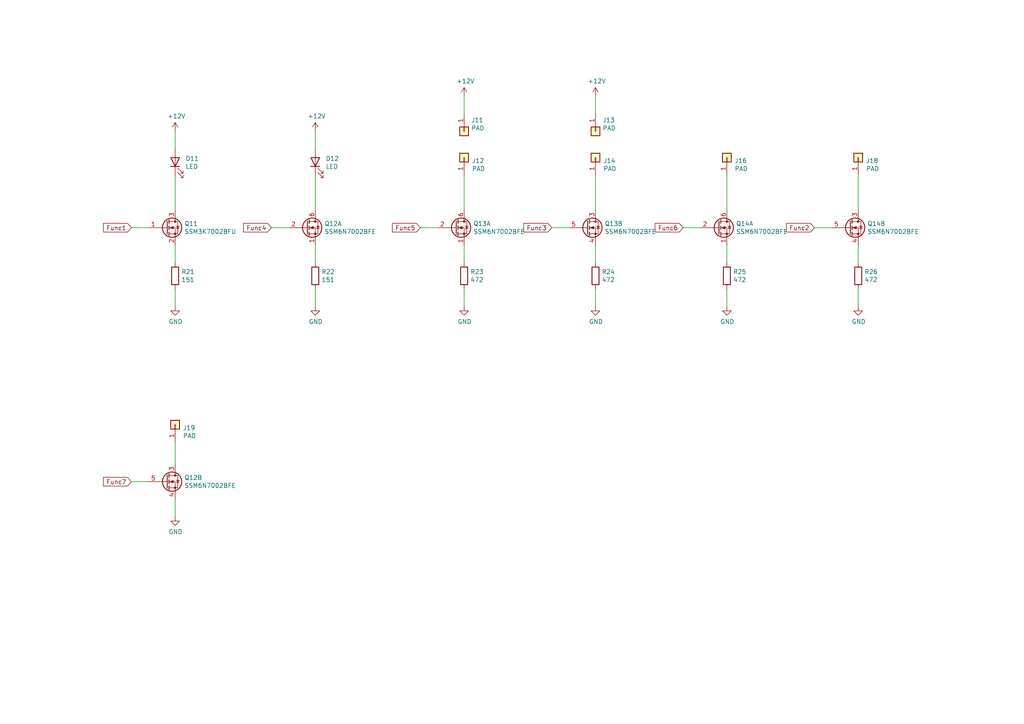
<source format=kicad_sch>
(kicad_sch (version 20230121) (generator eeschema)
  (paper "A4")
  (lib_symbols
    (symbol "Connector_Generic:Conn_01x01" (pin_names (offset 1.016) hide)
      (property "Reference" "J" (at 0 2.54 0))
      (property "Value" "Conn_01x01" (at 0 -2.54 0))
      (symbol "Conn_01x01_1_1"
        (rectangle (start -1.27 0.127) (end 0 -0.127) (stroke (width 0.1524)))
        (rectangle (start -1.27 1.27) (end 1.27 -1.27) (stroke (width 0.254)) (fill (type background)))
        (pin passive line (at -5.08 0 0) (length 3.81) (name "Pin_1") (number "1"))
      )
    )
    (symbol "Device:LED" (pin_numbers hide) (pin_names (offset 1.016) hide)
      (property "Reference" "D" (at 0 2.54 0))
      (property "Value" "LED" (at 0 -2.54 0))
      (symbol "LED_0_1"
        (polyline (pts (xy -1.27 -1.27) (xy -1.27 1.27)) (stroke (width 0.254)))
        (polyline (pts (xy -1.27 0) (xy 1.27 0)))
        (polyline (pts (xy 1.27 -1.27) (xy 1.27 1.27) (xy -1.27 0) (xy 1.27 -1.27)) (stroke (width 0.254)))
        (polyline (pts (xy -3.048 -0.762) (xy -4.572 -2.286) (xy -3.81 -2.286) (xy -4.572 -2.286) (xy -4.572 -1.524)))
        (polyline (pts (xy -1.778 -0.762) (xy -3.302 -2.286) (xy -2.54 -2.286) (xy -3.302 -2.286) (xy -3.302 -1.524)))
      )
      (symbol "LED_1_1"
        (pin passive line (at -3.81 0 0) (length 2.54) (name "K") (number "1"))
        (pin passive line (at 3.81 0 180) (length 2.54) (name "A") (number "2"))
      )
    )
    (symbol "Device:Q_NMOS_GSD" (pin_names (offset 0) hide)
      (property "Reference" "Q" (at 5.08 1.27 0))
      (property "Value" "Q_NMOS_GSD" (at 5.08 -1.27 0))
      (symbol "Q_NMOS_GSD_0_1"
        (polyline (pts (xy 0.254 0) (xy -2.54 0)))
        (polyline (pts (xy 0.254 1.905) (xy 0.254 -1.905)) (stroke (width 0.254)))
        (polyline (pts (xy 0.762 -1.27) (xy 0.762 -2.286)) (stroke (width 0.254)))
        (polyline (pts (xy 0.762 0.508) (xy 0.762 -0.508)) (stroke (width 0.254)))
        (polyline (pts (xy 0.762 2.286) (xy 0.762 1.27)) (stroke (width 0.254)))
        (polyline (pts (xy 2.54 2.54) (xy 2.54 1.778)))
        (polyline (pts (xy 2.54 -2.54) (xy 2.54 0) (xy 0.762 0)))
        (polyline (pts (xy 0.762 -1.778) (xy 3.302 -1.778) (xy 3.302 1.778) (xy 0.762 1.778)))
        (polyline (pts (xy 1.016 0) (xy 2.032 0.381) (xy 2.032 -0.381) (xy 1.016 0)) (fill (type outline)))
        (polyline (pts (xy 2.794 0.508) (xy 2.921 0.381) (xy 3.683 0.381) (xy 3.81 0.254)))
        (polyline (pts (xy 3.302 0.381) (xy 2.921 -0.254) (xy 3.683 -0.254) (xy 3.302 0.381)))
        (circle (center 1.651 0) (radius 2.794) (stroke (width 0.254)))
        (circle (center 2.54 -1.778) (radius 0.254) (fill (type outline)))
        (circle (center 2.54 1.778) (radius 0.254) (fill (type outline)))
      )
      (symbol "Q_NMOS_GSD_1_1"
        (pin input line (at -5.08 0 0) (length 2.54) (name "G") (number "1"))
        (pin passive line (at 2.54 -5.08 90) (length 2.54) (name "S") (number "2"))
        (pin passive line (at 2.54 5.08 270) (length 2.54) (name "D") (number "3"))
      )
    )
    (symbol "Device:R" (pin_numbers hide) (pin_names (offset 0))
      (property "Reference" "R" (at 2.032 0 90))
      (property "Value" "R" (at 0 0 90))
      (symbol "R_0_1"
        (rectangle (start -1.016 -2.54) (end 1.016 2.54) (stroke (width 0.254)))
      )
      (symbol "R_1_1"
        (pin passive line (at 0 3.81 270) (length 1.27) (name "~") (number "1"))
        (pin passive line (at 0 -3.81 90) (length 1.27) (name "~") (number "2"))
      )
    )
    (symbol "motordecoder2-rescue:Q_DUAL_NMOS_S1G1D2S2G2D1-Device" (pin_names (offset 0) hide)
      (property "Reference" "Q" (at 6.35 1.27 0))
      (property "Value" "Device_Q_DUAL_NMOS_S1G1D2S2G2D1" (at 19.05 -1.27 0))
      (symbol "Q_DUAL_NMOS_S1G1D2S2G2D1-Device_0_1"
        (polyline (pts (xy 0.254 0) (xy -2.54 0)))
        (polyline (pts (xy 0.254 1.905) (xy 0.254 -1.905)) (stroke (width 0.254)))
        (polyline (pts (xy 0.762 -1.27) (xy 0.762 -2.286)) (stroke (width 0.254)))
        (polyline (pts (xy 0.762 0.508) (xy 0.762 -0.508)) (stroke (width 0.254)))
        (polyline (pts (xy 0.762 2.286) (xy 0.762 1.27)) (stroke (width 0.254)))
        (polyline (pts (xy 2.54 2.54) (xy 2.54 1.778)))
        (polyline (pts (xy 2.54 -2.54) (xy 2.54 0) (xy 0.762 0)))
        (polyline (pts (xy 0.762 -1.778) (xy 3.302 -1.778) (xy 3.302 1.778) (xy 0.762 1.778)))
        (polyline (pts (xy 1.016 0) (xy 2.032 0.381) (xy 2.032 -0.381) (xy 1.016 0)) (fill (type outline)))
        (polyline (pts (xy 2.794 0.508) (xy 2.921 0.381) (xy 3.683 0.381) (xy 3.81 0.254)))
        (polyline (pts (xy 3.302 0.381) (xy 2.921 -0.254) (xy 3.683 -0.254) (xy 3.302 0.381)))
        (circle (center 1.651 0) (radius 2.794) (stroke (width 0.254)))
        (circle (center 2.54 -1.778) (radius 0.254) (fill (type outline)))
        (circle (center 2.54 1.778) (radius 0.254) (fill (type outline)))
      )
      (symbol "Q_DUAL_NMOS_S1G1D2S2G2D1-Device_1_1"
        (pin passive line (at 2.54 -5.08 90) (length 2.54) (name "S") (number "1"))
        (pin input line (at -5.08 0 0) (length 2.54) (name "G") (number "2"))
        (pin passive line (at 2.54 5.08 270) (length 2.54) (name "D") (number "6"))
      )
      (symbol "Q_DUAL_NMOS_S1G1D2S2G2D1-Device_2_1"
        (pin passive line (at 2.54 5.08 270) (length 2.54) (name "D") (number "3"))
        (pin passive line (at 2.54 -5.08 90) (length 2.54) (name "S") (number "4"))
        (pin input line (at -5.08 0 0) (length 2.54) (name "G") (number "5"))
      )
    )
    (symbol "power:+12V" (power) (pin_names (offset 0))
      (property "Value" "+12V" (at 0 3.556 0))
      (symbol "+12V_0_1"
        (polyline (pts (xy -0.762 1.27) (xy 0 2.54)))
        (polyline (pts (xy 0 0) (xy 0 2.54)))
        (polyline (pts (xy 0 2.54) (xy 0.762 1.27)))
      )
      (symbol "+12V_1_1"
        (pin power_in line (at 0 0 90) (length 0) hide (name "+12V") (number "1"))
      )
    )
    (symbol "power:GND" (power) (pin_names (offset 0))
      (property "Value" "GND" (at 0 -3.81 0))
      (symbol "GND_0_1"
        (polyline (pts (xy 0 0) (xy 0 -1.27) (xy 1.27 -1.27) (xy 0 -2.54) (xy -1.27 -1.27) (xy 0 -1.27)))
      )
      (symbol "GND_1_1"
        (pin power_in line (at 0 0 270) (length 0) hide (name "GND") (number "1"))
      )
    )
  )
  (wire (pts (xy 50.8 50.8) (xy 50.8 60.96)))
  (wire (pts (xy 50.8 76.2) (xy 50.8 71.12)))
  (wire (pts (xy 127 66.04) (xy 121.92 66.04)))
  (wire (pts (xy 210.82 76.2) (xy 210.82 71.12)))
  (wire (pts (xy 91.44 50.8) (xy 91.44 60.96)))
  (wire (pts (xy 248.92 88.9) (xy 248.92 83.82)))
  (wire (pts (xy 50.8 128.27) (xy 50.8 134.62)))
  (wire (pts (xy 134.62 33.02) (xy 134.62 27.94)))
  (wire (pts (xy 203.2 66.04) (xy 198.12 66.04)))
  (wire (pts (xy 172.72 33.02) (xy 172.72 27.94)))
  (wire (pts (xy 43.18 139.7) (xy 38.1 139.7)))
  (wire (pts (xy 91.44 83.82) (xy 91.44 88.9)))
  (wire (pts (xy 50.8 149.86) (xy 50.8 144.78)))
  (wire (pts (xy 134.62 88.9) (xy 134.62 83.82)))
  (wire (pts (xy 50.8 43.18) (xy 50.8 38.1)))
  (wire (pts (xy 91.44 43.18) (xy 91.44 38.1)))
  (wire (pts (xy 134.62 76.2) (xy 134.62 71.12)))
  (wire (pts (xy 83.82 66.04) (xy 78.74 66.04)))
  (wire (pts (xy 165.1 66.04) (xy 160.02 66.04)))
  (wire (pts (xy 210.82 88.9) (xy 210.82 83.82)))
  (wire (pts (xy 248.92 76.2) (xy 248.92 71.12)))
  (wire (pts (xy 241.3 66.04) (xy 236.22 66.04)))
  (wire (pts (xy 43.18 66.04) (xy 38.1 66.04)))
  (wire (pts (xy 210.82 60.96) (xy 210.82 50.8)))
  (wire (pts (xy 172.72 60.96) (xy 172.72 50.8)))
  (wire (pts (xy 50.8 83.82) (xy 50.8 88.9)))
  (wire (pts (xy 91.44 76.2) (xy 91.44 71.12)))
  (wire (pts (xy 134.62 60.96) (xy 134.62 50.8)))
  (wire (pts (xy 248.92 60.96) (xy 248.92 50.8)))
  (wire (pts (xy 172.72 76.2) (xy 172.72 71.12)))
  (wire (pts (xy 172.72 88.9) (xy 172.72 83.82)))
  (global_label "Func4" (shape input) (at 78.74 66.04 180) (property "Intersheetrefs" "${INTERSHEET_REFS}" (effects hide)))
  (global_label "Func6" (shape input) (at 198.12 66.04 180) (property "Intersheetrefs" "${INTERSHEET_REFS}" (effects hide)))
  (global_label "Func1" (shape input) (at 38.1 66.04 180) (property "Intersheetrefs" "${INTERSHEET_REFS}" (effects hide)))
  (global_label "Func7" (shape input) (at 38.1 139.7 180) (property "Intersheetrefs" "${INTERSHEET_REFS}" (effects hide)))
  (global_label "Func2" (shape input) (at 236.22 66.04 180) (property "Intersheetrefs" "${INTERSHEET_REFS}" (effects hide)))
  (global_label "Func3" (shape input) (at 160.02 66.04 180) (property "Intersheetrefs" "${INTERSHEET_REFS}" (effects hide)))
  (global_label "Func5" (shape input) (at 121.92 66.04 180) (property "Intersheetrefs" "${INTERSHEET_REFS}" (effects hide)))
  (symbol (lib_id "motordecoder2-rescue:Q_DUAL_NMOS_S1G1D2S2G2D1-Device") (at 132.08 66.04 0) (unit 1)
    (property "Reference" "Q13" (at 137.2616 64.8716 0) (effects (justify left)))
    (property "Value" "SSM6N7002BFE" (at 137.2616 67.183 0) (effects (justify left)))
    (property "Footprint" "footprint:SOT-666-nomark" (effects hide))
    (instances (project "motordecoder2" (path "" (reference "Q13") (unit 1)) (path "" (reference "Q?") (unit 1))))
  )
  (symbol (lib_id "Device:R") (at 50.8 80.01 0) (unit 1)
    (property "Reference" "R21" (at 52.578 78.8416 0) (effects (justify left)))
    (property "Value" "151" (at 52.578 81.153 0) (effects (justify left)))
    (property "Footprint" "footprint:R_1608_v2" (effects hide))
    (instances (project "motordecoder2" (path "" (reference "R21") (unit 1)) (path "" (reference "R?") (unit 1))))
  )
  (symbol (lib_id "motordecoder2-rescue:Q_DUAL_NMOS_S1G1D2S2G2D1-Device") (at 170.18 66.04 0) (unit 2)
    (property "Reference" "Q13" (at 175.3616 64.8716 0) (effects (justify left)))
    (property "Value" "SSM6N7002BFE" (at 175.3616 67.183 0) (effects (justify left)))
    (property "Footprint" "footprint:SOT-666-nomark" (effects hide))
    (instances (project "motordecoder2" (path "" (reference "Q13") (unit 2)) (path "" (reference "Q?") (unit 1))))
  )
  (symbol (lib_id "Device:R") (at 134.62 80.01 0) (unit 1)
    (property "Reference" "R23" (at 136.398 78.8416 0) (effects (justify left)))
    (property "Value" "472" (at 136.398 81.153 0) (effects (justify left)))
    (property "Footprint" "footprint:R_1005" (effects hide))
    (instances (project "motordecoder2" (path "" (reference "R23") (unit 1)) (path "" (reference "R?") (unit 1))))
  )
  (symbol (lib_id "power:GND") (at 50.8 88.9 0) (unit 1)
    (property "Reference" "#PWR0115" (effects hide))
    (property "Value" "GND" (at 50.927 93.2942 0))
  )
  (symbol (lib_id "power:GND") (at 134.62 88.9 0) (unit 1)
    (property "Reference" "#PWR0116" (effects hide))
    (property "Value" "GND" (at 134.747 93.2942 0))
  )
  (symbol (lib_id "Device:LED") (at 50.8 46.99 90) (unit 1)
    (property "Reference" "D11" (at 53.7972 45.9994 90) (effects (justify right)))
    (property "Value" "LED" (at 53.7972 48.3108 90) (effects (justify right)))
    (property "Footprint" "footprint:LED_1224_1005_SIDE_BIG2" (effects hide))
  )
  (symbol (lib_id "power:+12V") (at 50.8 38.1 0) (unit 1)
    (property "Reference" "#PWR0117" (effects hide))
    (property "Value" "+12V" (at 51.181 33.7058 0))
  )
  (symbol (lib_id "Device:R") (at 172.72 80.01 0) (unit 1)
    (property "Reference" "R24" (at 174.498 78.8416 0) (effects (justify left)))
    (property "Value" "472" (at 174.498 81.153 0) (effects (justify left)))
    (property "Footprint" "footprint:R_1005" (effects hide))
    (instances (project "motordecoder2" (path "" (reference "R24") (unit 1)) (path "" (reference "R?") (unit 1))))
  )
  (symbol (lib_id "power:GND") (at 172.72 88.9 0) (unit 1)
    (property "Reference" "#PWR0118" (effects hide))
    (property "Value" "GND" (at 172.847 93.2942 0))
  )
  (symbol (lib_id "Device:Q_NMOS_GSD") (at 48.26 66.04 0) (unit 1)
    (property "Reference" "Q11" (at 53.4416 64.8716 0) (effects (justify left)))
    (property "Value" "SSM3K7002BFU" (at 53.4416 67.183 0) (effects (justify left)))
    (property "Footprint" "footprint:SC-70_v2" (effects hide))
  )
  (symbol (lib_id "Connector_Generic:Conn_01x01") (at 134.62 45.72 90) (unit 1)
    (property "Reference" "J12" (at 136.8552 46.6344 90) (effects (justify right)))
    (property "Value" "PAD" (at 136.8552 48.9458 90) (effects (justify right)))
    (property "Footprint" "footprint:PAD_1.0x1.0_Hole0.6" (effects hide))
  )
  (symbol (lib_id "Connector_Generic:Conn_01x01") (at 172.72 45.72 90) (unit 1)
    (property "Reference" "J14" (at 174.9552 46.6344 90) (effects (justify right)))
    (property "Value" "PAD" (at 174.9552 48.9458 90) (effects (justify right)))
    (property "Footprint" "footprint:PAD_1.0x1.0_Hole0.6" (effects hide))
  )
  (symbol (lib_id "motordecoder2-rescue:Q_DUAL_NMOS_S1G1D2S2G2D1-Device") (at 208.28 66.04 0) (unit 1)
    (property "Reference" "Q14" (at 213.4616 64.8716 0) (effects (justify left)))
    (property "Value" "SSM6N7002BFE" (at 213.4616 67.183 0) (effects (justify left)))
    (property "Footprint" "footprint:SOT-666-nomark" (effects hide))
    (instances (project "motordecoder2" (path "" (reference "Q14") (unit 1)) (path "" (reference "Q?") (unit 1))))
  )
  (symbol (lib_id "motordecoder2-rescue:Q_DUAL_NMOS_S1G1D2S2G2D1-Device") (at 246.38 66.04 0) (unit 2)
    (property "Reference" "Q14" (at 251.5616 64.8716 0) (effects (justify left)))
    (property "Value" "SSM6N7002BFE" (at 251.5616 67.183 0) (effects (justify left)))
    (property "Footprint" "footprint:SOT-666-nomark" (effects hide))
    (instances (project "motordecoder2" (path "" (reference "Q14") (unit 2)) (path "" (reference "Q?") (unit 1))))
  )
  (symbol (lib_id "Device:R") (at 210.82 80.01 0) (unit 1)
    (property "Reference" "R25" (at 212.598 78.8416 0) (effects (justify left)))
    (property "Value" "472" (at 212.598 81.153 0) (effects (justify left)))
    (property "Footprint" "footprint:R_1005" (effects hide))
    (instances (project "motordecoder2" (path "" (reference "R25") (unit 1)) (path "" (reference "R?") (unit 1))))
  )
  (symbol (lib_id "power:GND") (at 210.82 88.9 0) (unit 1)
    (property "Reference" "#PWR0119" (effects hide))
    (property "Value" "GND" (at 210.947 93.2942 0))
  )
  (symbol (lib_id "Device:R") (at 248.92 80.01 0) (unit 1)
    (property "Reference" "R26" (at 250.698 78.8416 0) (effects (justify left)))
    (property "Value" "472" (at 250.698 81.153 0) (effects (justify left)))
    (property "Footprint" "footprint:R_1005" (effects hide))
    (instances (project "motordecoder2" (path "" (reference "R26") (unit 1)) (path "" (reference "R?") (unit 1))))
  )
  (symbol (lib_id "power:GND") (at 248.92 88.9 0) (unit 1)
    (property "Reference" "#PWR0120" (effects hide))
    (property "Value" "GND" (at 249.047 93.2942 0))
  )
  (symbol (lib_id "Connector_Generic:Conn_01x01") (at 210.82 45.72 90) (unit 1)
    (property "Reference" "J16" (at 213.0552 46.6344 90) (effects (justify right)))
    (property "Value" "PAD" (at 213.0552 48.9458 90) (effects (justify right)))
    (property "Footprint" "footprint:PAD_1.0x1.0_Hole0.6" (effects hide))
  )
  (symbol (lib_id "Connector_Generic:Conn_01x01") (at 248.92 45.72 90) (unit 1)
    (property "Reference" "J18" (at 251.1552 46.6344 90) (effects (justify right)))
    (property "Value" "PAD" (at 251.1552 48.9458 90) (effects (justify right)))
    (property "Footprint" "footprint:PAD_1.0x1.0_Hole0.6" (effects hide))
  )
  (symbol (lib_id "Device:R") (at 91.44 80.01 0) (unit 1)
    (property "Reference" "R22" (at 93.218 78.8416 0) (effects (justify left)))
    (property "Value" "151" (at 93.218 81.153 0) (effects (justify left)))
    (property "Footprint" "footprint:R_1608_v2" (effects hide))
    (instances (project "motordecoder2" (path "" (reference "R22") (unit 1)) (path "" (reference "R?") (unit 1))))
  )
  (symbol (lib_id "power:GND") (at 91.44 88.9 0) (unit 1)
    (property "Reference" "#PWR0121" (effects hide))
    (property "Value" "GND" (at 91.567 93.2942 0))
  )
  (symbol (lib_id "Device:LED") (at 91.44 46.99 90) (unit 1)
    (property "Reference" "D12" (at 94.4372 45.9994 90) (effects (justify right)))
    (property "Value" "LED" (at 94.4372 48.3108 90) (effects (justify right)))
    (property "Footprint" "footprint:LED_1224_1005_SIDE_BIG2" (effects hide))
  )
  (symbol (lib_id "power:+12V") (at 91.44 38.1 0) (unit 1)
    (property "Reference" "#PWR0122" (effects hide))
    (property "Value" "+12V" (at 91.821 33.7058 0))
  )
  (symbol (lib_id "Connector_Generic:Conn_01x01") (at 134.62 38.1 270) (unit 1)
    (property "Reference" "J11" (at 136.652 34.8488 90) (effects (justify left)))
    (property "Value" "PAD" (at 136.652 37.1602 90) (effects (justify left)))
    (property "Footprint" "footprint:PAD_1.0x1.8_SMD" (effects hide))
  )
  (symbol (lib_id "power:+12V") (at 134.62 27.94 0) (unit 1)
    (property "Reference" "#PWR0114" (effects hide))
    (property "Value" "+12V" (at 135.001 23.5458 0))
  )
  (symbol (lib_id "motordecoder2-rescue:Q_DUAL_NMOS_S1G1D2S2G2D1-Device") (at 88.9 66.04 0) (unit 1)
    (property "Reference" "Q12" (at 94.0816 64.8716 0) (effects (justify left)))
    (property "Value" "SSM6N7002BFE" (at 94.0816 67.183 0) (effects (justify left)))
    (property "Footprint" "footprint:SOT-666-nomark" (effects hide))
    (instances (project "motordecoder2" (path "" (reference "Q12") (unit 1)) (path "" (reference "Q?") (unit 1))))
  )
  (symbol (lib_id "motordecoder2-rescue:Q_DUAL_NMOS_S1G1D2S2G2D1-Device") (at 48.26 139.7 0) (unit 2)
    (property "Reference" "Q12" (at 53.4416 138.5316 0) (effects (justify left)))
    (property "Value" "SSM6N7002BFE" (at 53.4416 140.843 0) (effects (justify left)))
    (property "Footprint" "footprint:SOT-666-nomark" (effects hide))
    (instances (project "motordecoder2" (path "" (reference "Q12") (unit 2)) (path "" (reference "Q?") (unit 1))))
  )
  (symbol (lib_id "power:GND") (at 50.8 149.86 0) (unit 1)
    (property "Reference" "#PWR0134" (effects hide))
    (property "Value" "GND" (at 50.927 154.2542 0))
  )
  (symbol (lib_id "Connector_Generic:Conn_01x01") (at 50.8 123.19 90) (unit 1)
    (property "Reference" "J19" (at 53.0352 124.1044 90) (effects (justify right)))
    (property "Value" "PAD" (at 53.0352 126.4158 90) (effects (justify right)))
    (property "Footprint" "footprint:PAD_0.6x1.0_SMD" (effects hide))
  )
  (symbol (lib_id "Connector_Generic:Conn_01x01") (at 172.72 38.1 270) (unit 1)
    (property "Reference" "J13" (at 174.752 34.8488 90) (effects (justify left)))
    (property "Value" "PAD" (at 174.752 37.1602 90) (effects (justify left)))
    (property "Footprint" "footprint:PAD_0.6x1.0_SMD" (effects hide))
  )
  (symbol (lib_id "power:+12V") (at 172.72 27.94 0) (unit 1)
    (property "Reference" "#PWR0123" (effects hide))
    (property "Value" "+12V" (at 173.101 23.5458 0))
  )
)
</source>
